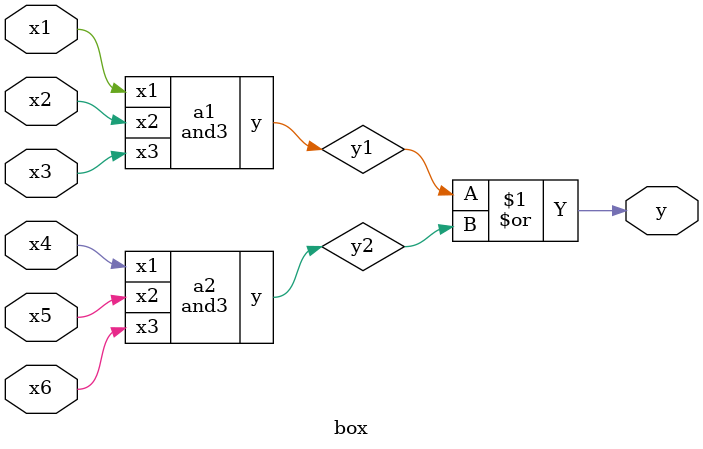
<source format=v>
module and3 (x1, x2, x3, y);

/*
modul - opis
instancja - wywolanie modulu
input, output, inout
*/
input x1, x2, x3;
output y;

//przypisz
assign y = x1 & x2 & x3;

endmodule

module box (
input x1, x2, x3, x4, x5, x6, output y);

wire y1, y2;
and3 a1(x1, x2, x3, y1);
and3 a2(x4, x5, x6, y2);
assign y = y1 | y2;
endmodule



</source>
